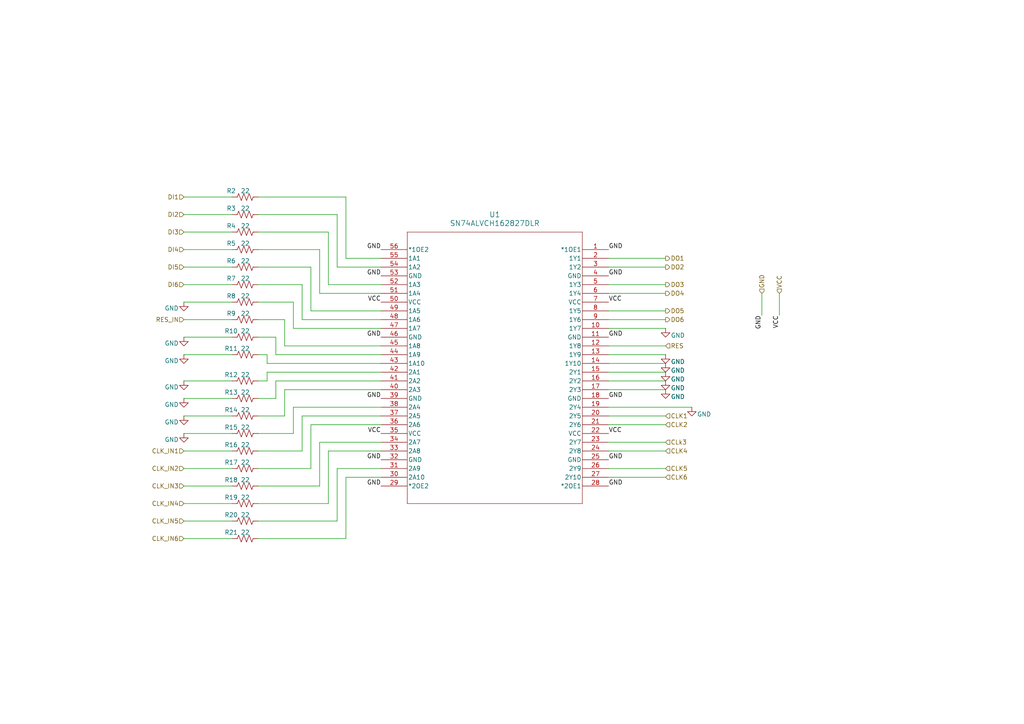
<source format=kicad_sch>
(kicad_sch (version 20231120) (generator "eeschema") (generator_version "8.0")
  (paper "A4")
  (lib_symbols
    (symbol "74ALVCH:SN74ALVCH162827DLR" (pin_names (offset 0.254))
      (property "Reference" "U" (at 33.02 10.16 0))
      (property "Value" "SN74ALVCH162827DLR" (at 33.02 7.62 0))
      (symbol "SN74ALVCH162827DLR_0_1"
        (polyline (pts (xy 7.62 -73.66) (xy 58.42 -73.66)) (stroke (width 0.127)))
        (polyline (pts (xy 7.62 5.08) (xy 7.62 -73.66)) (stroke (width 0.127)))
        (polyline (pts (xy 58.42 -73.66) (xy 58.42 5.08)) (stroke (width 0.127)))
        (polyline (pts (xy 58.42 5.08) (xy 7.62 5.08)) (stroke (width 0.127)))
        (pin input line (at 0 0 0) (length 7.62) (name "*1OE1") (number "1"))
        (pin output line (at 0 -22.86 0) (length 7.62) (name "1Y7") (number "10"))
        (pin power_in line (at 0 -25.4 0) (length 7.62) (name "GND") (number "11"))
        (pin output line (at 0 -27.94 0) (length 7.62) (name "1Y8") (number "12"))
        (pin output line (at 0 -30.48 0) (length 7.62) (name "1Y9") (number "13"))
        (pin output line (at 0 -33.02 0) (length 7.62) (name "1Y10") (number "14"))
        (pin output line (at 0 -35.56 0) (length 7.62) (name "2Y1") (number "15"))
        (pin output line (at 0 -38.1 0) (length 7.62) (name "2Y2") (number "16"))
        (pin output line (at 0 -40.64 0) (length 7.62) (name "2Y3") (number "17"))
        (pin power_in line (at 0 -43.18 0) (length 7.62) (name "GND") (number "18"))
        (pin output line (at 0 -45.72 0) (length 7.62) (name "2Y4") (number "19"))
        (pin output line (at 0 -2.54 0) (length 7.62) (name "1Y1") (number "2"))
        (pin output line (at 0 -48.26 0) (length 7.62) (name "2Y5") (number "20"))
        (pin output line (at 0 -50.8 0) (length 7.62) (name "2Y6") (number "21"))
        (pin power_in line (at 0 -53.34 0) (length 7.62) (name "VCC") (number "22"))
        (pin output line (at 0 -55.88 0) (length 7.62) (name "2Y7") (number "23"))
        (pin output line (at 0 -58.42 0) (length 7.62) (name "2Y8") (number "24"))
        (pin power_in line (at 0 -60.96 0) (length 7.62) (name "GND") (number "25"))
        (pin output line (at 0 -63.5 0) (length 7.62) (name "2Y9") (number "26"))
        (pin output line (at 0 -66.04 0) (length 7.62) (name "2Y10") (number "27"))
        (pin input line (at 0 -68.58 0) (length 7.62) (name "*2OE1") (number "28"))
        (pin input line (at 66.04 -68.58 180) (length 7.62) (name "*2OE2") (number "29"))
        (pin output line (at 0 -5.08 0) (length 7.62) (name "1Y2") (number "3"))
        (pin input line (at 66.04 -66.04 180) (length 7.62) (name "2A10") (number "30"))
        (pin input line (at 66.04 -63.5 180) (length 7.62) (name "2A9") (number "31"))
        (pin power_in line (at 66.04 -60.96 180) (length 7.62) (name "GND") (number "32"))
        (pin input line (at 66.04 -58.42 180) (length 7.62) (name "2A8") (number "33"))
        (pin input line (at 66.04 -55.88 180) (length 7.62) (name "2A7") (number "34"))
        (pin power_in line (at 66.04 -53.34 180) (length 7.62) (name "VCC") (number "35"))
        (pin input line (at 66.04 -50.8 180) (length 7.62) (name "2A6") (number "36"))
        (pin input line (at 66.04 -48.26 180) (length 7.62) (name "2A5") (number "37"))
        (pin input line (at 66.04 -45.72 180) (length 7.62) (name "2A4") (number "38"))
        (pin power_in line (at 66.04 -43.18 180) (length 7.62) (name "GND") (number "39"))
        (pin power_in line (at 0 -7.62 0) (length 7.62) (name "GND") (number "4"))
        (pin input line (at 66.04 -40.64 180) (length 7.62) (name "2A3") (number "40"))
        (pin input line (at 66.04 -38.1 180) (length 7.62) (name "2A2") (number "41"))
        (pin input line (at 66.04 -35.56 180) (length 7.62) (name "2A1") (number "42"))
        (pin input line (at 66.04 -33.02 180) (length 7.62) (name "1A10") (number "43"))
        (pin input line (at 66.04 -30.48 180) (length 7.62) (name "1A9") (number "44"))
        (pin input line (at 66.04 -27.94 180) (length 7.62) (name "1A8") (number "45"))
        (pin power_in line (at 66.04 -25.4 180) (length 7.62) (name "GND") (number "46"))
        (pin input line (at 66.04 -22.86 180) (length 7.62) (name "1A7") (number "47"))
        (pin input line (at 66.04 -20.32 180) (length 7.62) (name "1A6") (number "48"))
        (pin input line (at 66.04 -17.78 180) (length 7.62) (name "1A5") (number "49"))
        (pin output line (at 0 -10.16 0) (length 7.62) (name "1Y3") (number "5"))
        (pin power_in line (at 66.04 -15.24 180) (length 7.62) (name "VCC") (number "50"))
        (pin input line (at 66.04 -12.7 180) (length 7.62) (name "1A4") (number "51"))
        (pin input line (at 66.04 -10.16 180) (length 7.62) (name "1A3") (number "52"))
        (pin power_in line (at 66.04 -7.62 180) (length 7.62) (name "GND") (number "53"))
        (pin input line (at 66.04 -5.08 180) (length 7.62) (name "1A2") (number "54"))
        (pin input line (at 66.04 -2.54 180) (length 7.62) (name "1A1") (number "55"))
        (pin input line (at 66.04 0 180) (length 7.62) (name "*1OE2") (number "56"))
        (pin output line (at 0 -12.7 0) (length 7.62) (name "1Y4") (number "6"))
        (pin power_in line (at 0 -15.24 0) (length 7.62) (name "VCC") (number "7"))
        (pin output line (at 0 -17.78 0) (length 7.62) (name "1Y5") (number "8"))
        (pin output line (at 0 -20.32 0) (length 7.62) (name "1Y6") (number "9"))
      )
    )
    (symbol "Device:R_US" (pin_numbers hide) (pin_names (offset 0))
      (property "Reference" "R" (at 2.54 0 90))
      (property "Value" "R_US" (at -2.54 0 90))
      (symbol "R_US_0_1"
        (polyline (pts (xy 0 -2.286) (xy 0 -2.54)))
        (polyline (pts (xy 0 2.286) (xy 0 2.54)))
        (polyline (pts (xy 0 -0.762) (xy 1.016 -1.143) (xy 0 -1.524) (xy -1.016 -1.905) (xy 0 -2.286)))
        (polyline (pts (xy 0 0.762) (xy 1.016 0.381) (xy 0 0) (xy -1.016 -0.381) (xy 0 -0.762)))
        (polyline (pts (xy 0 2.286) (xy 1.016 1.905) (xy 0 1.524) (xy -1.016 1.143) (xy 0 0.762)))
      )
      (symbol "R_US_1_1"
        (pin passive line (at 0 3.81 270) (length 1.27) (name "~") (number "1"))
        (pin passive line (at 0 -3.81 90) (length 1.27) (name "~") (number "2"))
      )
    )
    (symbol "power:GND" (power) (pin_numbers hide) (pin_names (offset 0) hide)
      (property "Value" "GND" (at 0 -3.81 0))
      (symbol "GND_0_1"
        (polyline (pts (xy 0 0) (xy 0 -1.27) (xy 1.27 -1.27) (xy 0 -2.54) (xy -1.27 -1.27) (xy 0 -1.27)))
      )
      (symbol "GND_1_1"
        (pin power_in line (at 0 0 270) (length 0) (name "~") (number "1"))
      )
    )
  )
  (wire (pts (xy 85.09 118.11) (xy 85.09 125.73)))
  (wire (pts (xy 95.25 67.31) (xy 74.93 67.31)))
  (wire (pts (xy 80.01 102.87) (xy 110.49 102.87)))
  (wire (pts (xy 53.34 102.87) (xy 67.31 102.87)))
  (wire (pts (xy 110.49 138.43) (xy 100.33 138.43)))
  (wire (pts (xy 74.93 97.79) (xy 80.01 97.79)))
  (wire (pts (xy 92.71 140.97) (xy 74.93 140.97)))
  (wire (pts (xy 53.34 87.63) (xy 67.31 87.63)))
  (wire (pts (xy 95.25 130.81) (xy 95.25 146.05)))
  (wire (pts (xy 90.17 135.89) (xy 74.93 135.89)))
  (wire (pts (xy 82.55 120.65) (xy 74.93 120.65)))
  (wire (pts (xy 110.49 92.71) (xy 87.63 92.71)))
  (wire (pts (xy 176.53 113.03) (xy 193.04 113.03)))
  (wire (pts (xy 100.33 57.15) (xy 100.33 74.93)))
  (wire (pts (xy 176.53 118.11) (xy 200.66 118.11)))
  (wire (pts (xy 53.34 151.13) (xy 67.31 151.13)))
  (wire (pts (xy 77.47 105.41) (xy 77.47 102.87)))
  (wire (pts (xy 110.49 95.25) (xy 85.09 95.25)))
  (wire (pts (xy 176.53 92.71) (xy 193.04 92.71)))
  (wire (pts (xy 176.53 138.43) (xy 193.04 138.43)))
  (wire (pts (xy 97.79 77.47) (xy 97.79 62.23)))
  (wire (pts (xy 176.53 107.95) (xy 193.04 107.95)))
  (wire (pts (xy 97.79 135.89) (xy 97.79 151.13)))
  (wire (pts (xy 110.49 90.17) (xy 90.17 90.17)))
  (wire (pts (xy 53.34 140.97) (xy 67.31 140.97)))
  (wire (pts (xy 53.34 77.47) (xy 67.31 77.47)))
  (wire (pts (xy 176.53 130.81) (xy 193.04 130.81)))
  (wire (pts (xy 53.34 120.65) (xy 67.31 120.65)))
  (wire (pts (xy 176.53 90.17) (xy 193.04 90.17)))
  (wire (pts (xy 100.33 74.93) (xy 110.49 74.93)))
  (wire (pts (xy 110.49 130.81) (xy 95.25 130.81)))
  (wire (pts (xy 90.17 123.19) (xy 90.17 135.89)))
  (wire (pts (xy 110.49 105.41) (xy 77.47 105.41)))
  (wire (pts (xy 87.63 120.65) (xy 87.63 130.81)))
  (wire (pts (xy 95.25 82.55) (xy 110.49 82.55)))
  (wire (pts (xy 80.01 97.79) (xy 80.01 102.87)))
  (wire (pts (xy 53.34 115.57) (xy 67.31 115.57)))
  (wire (pts (xy 110.49 123.19) (xy 90.17 123.19)))
  (wire (pts (xy 80.01 110.49) (xy 80.01 115.57)))
  (wire (pts (xy 53.34 72.39) (xy 67.31 72.39)))
  (wire (pts (xy 53.34 62.23) (xy 67.31 62.23)))
  (wire (pts (xy 176.53 77.47) (xy 193.04 77.47)))
  (wire (pts (xy 176.53 135.89) (xy 193.04 135.89)))
  (wire (pts (xy 110.49 85.09) (xy 92.71 85.09)))
  (wire (pts (xy 85.09 95.25) (xy 85.09 87.63)))
  (wire (pts (xy 110.49 120.65) (xy 87.63 120.65)))
  (wire (pts (xy 176.53 110.49) (xy 193.04 110.49)))
  (wire (pts (xy 95.25 146.05) (xy 74.93 146.05)))
  (wire (pts (xy 80.01 115.57) (xy 74.93 115.57)))
  (wire (pts (xy 176.53 123.19) (xy 193.04 123.19)))
  (wire (pts (xy 82.55 92.71) (xy 74.93 92.71)))
  (wire (pts (xy 53.34 97.79) (xy 67.31 97.79)))
  (wire (pts (xy 176.53 105.41) (xy 193.04 105.41)))
  (wire (pts (xy 176.53 120.65) (xy 193.04 120.65)))
  (wire (pts (xy 176.53 100.33) (xy 193.04 100.33)))
  (wire (pts (xy 53.34 125.73) (xy 67.31 125.73)))
  (wire (pts (xy 176.53 74.93) (xy 193.04 74.93)))
  (wire (pts (xy 100.33 156.21) (xy 74.93 156.21)))
  (wire (pts (xy 53.34 57.15) (xy 67.31 57.15)))
  (wire (pts (xy 110.49 100.33) (xy 82.55 100.33)))
  (wire (pts (xy 110.49 118.11) (xy 85.09 118.11)))
  (wire (pts (xy 53.34 146.05) (xy 67.31 146.05)))
  (wire (pts (xy 176.53 128.27) (xy 193.04 128.27)))
  (wire (pts (xy 176.53 85.09) (xy 193.04 85.09)))
  (wire (pts (xy 87.63 130.81) (xy 74.93 130.81)))
  (wire (pts (xy 82.55 100.33) (xy 82.55 92.71)))
  (wire (pts (xy 90.17 90.17) (xy 90.17 77.47)))
  (wire (pts (xy 53.34 135.89) (xy 67.31 135.89)))
  (wire (pts (xy 176.53 82.55) (xy 193.04 82.55)))
  (wire (pts (xy 77.47 107.95) (xy 77.47 110.49)))
  (wire (pts (xy 110.49 77.47) (xy 97.79 77.47)))
  (wire (pts (xy 176.53 95.25) (xy 193.04 95.25)))
  (wire (pts (xy 110.49 107.95) (xy 77.47 107.95)))
  (wire (pts (xy 176.53 102.87) (xy 193.04 102.87)))
  (wire (pts (xy 90.17 77.47) (xy 74.93 77.47)))
  (wire (pts (xy 82.55 113.03) (xy 82.55 120.65)))
  (wire (pts (xy 220.98 85.09) (xy 220.98 91.44)))
  (wire (pts (xy 110.49 128.27) (xy 92.71 128.27)))
  (wire (pts (xy 92.71 128.27) (xy 92.71 140.97)))
  (wire (pts (xy 226.06 85.09) (xy 226.06 91.44)))
  (wire (pts (xy 74.93 82.55) (xy 87.63 82.55)))
  (wire (pts (xy 97.79 62.23) (xy 74.93 62.23)))
  (wire (pts (xy 100.33 138.43) (xy 100.33 156.21)))
  (wire (pts (xy 53.34 82.55) (xy 67.31 82.55)))
  (wire (pts (xy 110.49 110.49) (xy 80.01 110.49)))
  (wire (pts (xy 92.71 72.39) (xy 74.93 72.39)))
  (wire (pts (xy 97.79 151.13) (xy 74.93 151.13)))
  (wire (pts (xy 85.09 87.63) (xy 74.93 87.63)))
  (wire (pts (xy 110.49 113.03) (xy 82.55 113.03)))
  (wire (pts (xy 77.47 110.49) (xy 74.93 110.49)))
  (wire (pts (xy 77.47 102.87) (xy 74.93 102.87)))
  (wire (pts (xy 87.63 92.71) (xy 87.63 82.55)))
  (wire (pts (xy 110.49 135.89) (xy 97.79 135.89)))
  (wire (pts (xy 53.34 156.21) (xy 67.31 156.21)))
  (wire (pts (xy 53.34 92.71) (xy 67.31 92.71)))
  (wire (pts (xy 53.34 67.31) (xy 67.31 67.31)))
  (wire (pts (xy 53.34 110.49) (xy 67.31 110.49)))
  (wire (pts (xy 92.71 85.09) (xy 92.71 72.39)))
  (wire (pts (xy 53.34 130.81) (xy 67.31 130.81)))
  (wire (pts (xy 74.93 57.15) (xy 100.33 57.15)))
  (wire (pts (xy 85.09 125.73) (xy 74.93 125.73)))
  (wire (pts (xy 95.25 82.55) (xy 95.25 67.31)))
  (label "GND" (at 176.53 115.57 0))
  (label "VCC" (at 110.49 87.63 180))
  (label "VCC" (at 110.49 125.73 180))
  (label "GND" (at 110.49 80.01 180))
  (label "GND" (at 110.49 133.35 180))
  (label "GND" (at 176.53 72.39 0))
  (label "GND" (at 176.53 97.79 0))
  (label "VCC" (at 226.06 91.44 270))
  (label "GND" (at 110.49 72.39 180))
  (label "GND" (at 176.53 80.01 0))
  (label "GND" (at 176.53 133.35 0))
  (label "GND" (at 176.53 140.97 0))
  (label "GND" (at 220.98 91.44 270))
  (label "VCC" (at 176.53 87.63 0))
  (label "GND" (at 110.49 140.97 180))
  (label "GND" (at 110.49 97.79 180))
  (label "VCC" (at 176.53 125.73 0))
  (label "GND" (at 110.49 115.57 180))
  (hierarchical_label "CLk3" (shape input) (at 193.04 128.27 0))
  (hierarchical_label "CLK_IN2" (shape input) (at 53.34 135.89 180))
  (hierarchical_label "CLK_IN1" (shape input) (at 53.34 130.81 180))
  (hierarchical_label "DI2" (shape input) (at 53.34 62.23 180))
  (hierarchical_label "DI4" (shape input) (at 53.34 72.39 180))
  (hierarchical_label "CLK6" (shape input) (at 193.04 138.43 0))
  (hierarchical_label "DI1" (shape input) (at 53.34 57.15 180))
  (hierarchical_label "CLK4" (shape input) (at 193.04 130.81 0))
  (hierarchical_label "DO1" (shape output) (at 193.04 74.93 0))
  (hierarchical_label "RES" (shape input) (at 193.04 100.33 0))
  (hierarchical_label "CLK_IN6" (shape input) (at 53.34 156.21 180))
  (hierarchical_label "DO4" (shape output) (at 193.04 85.09 0))
  (hierarchical_label "DO5" (shape output) (at 193.04 90.17 0))
  (hierarchical_label "RES_IN" (shape input) (at 53.34 92.71 180))
  (hierarchical_label "GND" (shape input) (at 220.98 85.09 90))
  (hierarchical_label "DO2" (shape output) (at 193.04 77.47 0))
  (hierarchical_label "DO3" (shape output) (at 193.04 82.55 0))
  (hierarchical_label "CLK5" (shape input) (at 193.04 135.89 0))
  (hierarchical_label "CLK1" (shape input) (at 193.04 120.65 0))
  (hierarchical_label "DI5" (shape input) (at 53.34 77.47 180))
  (hierarchical_label "CLK_IN4" (shape input) (at 53.34 146.05 180))
  (hierarchical_label "CLK2" (shape input) (at 193.04 123.19 0))
  (hierarchical_label "DO6" (shape output) (at 193.04 92.71 0))
  (hierarchical_label "DI6" (shape input) (at 53.34 82.55 180))
  (hierarchical_label "DI3" (shape input) (at 53.34 67.31 180))
  (hierarchical_label "CLK_IN3" (shape input) (at 53.34 140.97 180))
  (hierarchical_label "CLK_IN5" (shape input) (at 53.34 151.13 180))
  (hierarchical_label "VCC" (shape input) (at 226.06 85.09 90))
  (symbol (lib_id "power:GND") (at 193.04 102.87 0) (unit 1)
    (property "Reference" "#PWR012" (effects (hide yes)))
    (property "Value" "GND" (at 196.596 104.902 0))
    (property "Description" "Power symbol creates a global label with name \"GND\" , ground" (effects (hide yes)))
  )
  (symbol (lib_id "Device:R_US") (at 71.12 102.87 90) (unit 1)
    (property "Reference" "R11" (at 67.056 101.092 90))
    (property "Value" "22" (at 71.12 101.092 90))
    (property "Footprint" "Resistor_SMD:R_0201_0603Metric" (effects (hide yes)))
    (property "Description" "Resistor, US symbol" (effects (hide yes)))
  )
  (symbol (lib_id "Device:R_US") (at 71.12 87.63 90) (unit 1)
    (property "Reference" "R8" (at 67.056 85.852 90))
    (property "Value" "22" (at 71.12 85.852 90))
    (property "Footprint" "Resistor_SMD:R_0201_0603Metric" (effects (hide yes)))
    (property "Description" "Resistor, US symbol" (effects (hide yes)))
  )
  (symbol (lib_id "Device:R_US") (at 71.12 72.39 90) (unit 1)
    (property "Reference" "R5" (at 67.056 70.612 90))
    (property "Value" "22" (at 71.12 70.612 90))
    (property "Footprint" "Resistor_SMD:R_0201_0603Metric" (effects (hide yes)))
    (property "Description" "Resistor, US symbol" (effects (hide yes)))
  )
  (symbol (lib_id "power:GND") (at 193.04 113.03 0) (unit 1)
    (property "Reference" "#PWR016" (effects (hide yes)))
    (property "Value" "GND" (at 196.596 115.062 0))
    (property "Description" "Power symbol creates a global label with name \"GND\" , ground" (effects (hide yes)))
  )
  (symbol (lib_id "Device:R_US") (at 71.12 77.47 90) (unit 1)
    (property "Reference" "R6" (at 67.056 75.692 90))
    (property "Value" "22" (at 71.12 75.692 90))
    (property "Footprint" "Resistor_SMD:R_0201_0603Metric" (effects (hide yes)))
    (property "Description" "Resistor, US symbol" (effects (hide yes)))
  )
  (symbol (lib_id "Device:R_US") (at 71.12 156.21 90) (unit 1)
    (property "Reference" "R21" (at 67.056 154.432 90))
    (property "Value" "22" (at 71.12 154.432 90))
    (property "Footprint" "Resistor_SMD:R_0201_0603Metric" (effects (hide yes)))
    (property "Description" "Resistor, US symbol" (effects (hide yes)))
  )
  (symbol (lib_id "power:GND") (at 193.04 110.49 0) (unit 1)
    (property "Reference" "#PWR015" (effects (hide yes)))
    (property "Value" "GND" (at 196.596 112.522 0))
    (property "Description" "Power symbol creates a global label with name \"GND\" , ground" (effects (hide yes)))
  )
  (symbol (lib_id "Device:R_US") (at 71.12 130.81 90) (unit 1)
    (property "Reference" "R16" (at 67.056 129.032 90))
    (property "Value" "22" (at 71.12 129.032 90))
    (property "Footprint" "Resistor_SMD:R_0201_0603Metric" (effects (hide yes)))
    (property "Description" "Resistor, US symbol" (effects (hide yes)))
  )
  (symbol (lib_id "power:GND") (at 193.04 107.95 0) (unit 1)
    (property "Reference" "#PWR014" (effects (hide yes)))
    (property "Value" "GND" (at 196.596 109.982 0))
    (property "Description" "Power symbol creates a global label with name \"GND\" , ground" (effects (hide yes)))
  )
  (symbol (lib_id "Device:R_US") (at 71.12 120.65 90) (unit 1)
    (property "Reference" "R14" (at 67.056 118.872 90))
    (property "Value" "22" (at 71.12 118.872 90))
    (property "Footprint" "Resistor_SMD:R_0201_0603Metric" (effects (hide yes)))
    (property "Description" "Resistor, US symbol" (effects (hide yes)))
  )
  (symbol (lib_id "Device:R_US") (at 71.12 135.89 90) (unit 1)
    (property "Reference" "R17" (at 67.056 134.112 90))
    (property "Value" "22" (at 71.12 134.112 90))
    (property "Footprint" "Resistor_SMD:R_0201_0603Metric" (effects (hide yes)))
    (property "Description" "Resistor, US symbol" (effects (hide yes)))
  )
  (symbol (lib_id "Device:R_US") (at 71.12 62.23 90) (unit 1)
    (property "Reference" "R3" (at 67.056 60.452 90))
    (property "Value" "22" (at 71.12 60.452 90))
    (property "Footprint" "Resistor_SMD:R_0201_0603Metric" (effects (hide yes)))
    (property "Description" "Resistor, US symbol" (effects (hide yes)))
  )
  (symbol (lib_id "power:GND") (at 200.66 118.11 0) (unit 1)
    (property "Reference" "#PWR017" (effects (hide yes)))
    (property "Value" "GND" (at 204.216 120.142 0))
    (property "Description" "Power symbol creates a global label with name \"GND\" , ground" (effects (hide yes)))
  )
  (symbol (lib_id "power:GND") (at 53.34 115.57 0) (unit 1)
    (property "Reference" "#PWR08" (effects (hide yes)))
    (property "Value" "GND" (at 49.784 117.348 0))
    (property "Description" "Power symbol creates a global label with name \"GND\" , ground" (effects (hide yes)))
  )
  (symbol (lib_id "Device:R_US") (at 71.12 115.57 90) (unit 1)
    (property "Reference" "R13" (at 67.056 113.792 90))
    (property "Value" "22" (at 71.12 113.792 90))
    (property "Footprint" "Resistor_SMD:R_0201_0603Metric" (effects (hide yes)))
    (property "Description" "Resistor, US symbol" (effects (hide yes)))
  )
  (symbol (lib_id "power:GND") (at 53.34 125.73 0) (unit 1)
    (property "Reference" "#PWR010" (effects (hide yes)))
    (property "Value" "GND" (at 49.784 127.508 0))
    (property "Description" "Power symbol creates a global label with name \"GND\" , ground" (effects (hide yes)))
  )
  (symbol (lib_id "Device:R_US") (at 71.12 92.71 90) (unit 1)
    (property "Reference" "R9" (at 67.056 90.932 90))
    (property "Value" "22" (at 71.12 90.932 90))
    (property "Footprint" "Resistor_SMD:R_0201_0603Metric" (effects (hide yes)))
    (property "Description" "Resistor, US symbol" (effects (hide yes)))
  )
  (symbol (lib_id "power:GND") (at 53.34 120.65 0) (unit 1)
    (property "Reference" "#PWR09" (effects (hide yes)))
    (property "Value" "GND" (at 49.784 122.428 0))
    (property "Description" "Power symbol creates a global label with name \"GND\" , ground" (effects (hide yes)))
  )
  (symbol (lib_id "power:GND") (at 53.34 110.49 0) (unit 1)
    (property "Reference" "#PWR07" (effects (hide yes)))
    (property "Value" "GND" (at 49.784 112.268 0))
    (property "Description" "Power symbol creates a global label with name \"GND\" , ground" (effects (hide yes)))
  )
  (symbol (lib_id "Device:R_US") (at 71.12 97.79 90) (unit 1)
    (property "Reference" "R10" (at 67.056 96.012 90))
    (property "Value" "22" (at 71.12 96.012 90))
    (property "Footprint" "Resistor_SMD:R_0201_0603Metric" (effects (hide yes)))
    (property "Description" "Resistor, US symbol" (effects (hide yes)))
  )
  (symbol (lib_id "74ALVCH:SN74ALVCH162827DLR") (at 176.53 72.39 0) (mirror y) (unit 1)
    (property "Reference" "U1" (at 143.51 62.23 0) (effects (font (size 1.524 1.524))))
    (property "Value" "SN74ALVCH162827DLR" (at 143.51 64.77 0) (effects (font (size 1.524 1.524))))
    (property "Footprint" "74ALVCHFootprints:DL56" (effects (hide yes)))
    (property "Datasheet" "SN74ALVCH162827DLR" (effects (hide yes)))
    (property "Sim.Library" "sim_models\\SN74ALVCH162827.lib" (effects (hide yes)))
    (property "Sim.Name" "SN74ALVCH162827" (effects (hide yes)))
    (property "Sim.Device" "SUBCKT" (effects (hide yes)))
    (property "Sim.Pins" "1=OEZ 2=Y 4=AGND 7=VCC 55=A" (effects (hide yes)))
  )
  (symbol (lib_id "Device:R_US") (at 71.12 67.31 90) (unit 1)
    (property "Reference" "R4" (at 67.056 65.532 90))
    (property "Value" "22" (at 71.12 65.532 90))
    (property "Footprint" "Resistor_SMD:R_0201_0603Metric" (effects (hide yes)))
    (property "Description" "Resistor, US symbol" (effects (hide yes)))
  )
  (symbol (lib_id "Device:R_US") (at 71.12 57.15 90) (unit 1)
    (property "Reference" "R2" (at 67.056 55.372 90))
    (property "Value" "22" (at 71.12 55.372 90))
    (property "Footprint" "Resistor_SMD:R_0201_0603Metric" (effects (hide yes)))
    (property "Description" "Resistor, US symbol" (effects (hide yes)))
  )
  (symbol (lib_id "Device:R_US") (at 71.12 110.49 90) (unit 1)
    (property "Reference" "R12" (at 67.056 108.712 90))
    (property "Value" "22" (at 71.12 108.712 90))
    (property "Footprint" "Resistor_SMD:R_0201_0603Metric" (effects (hide yes)))
    (property "Description" "Resistor, US symbol" (effects (hide yes)))
  )
  (symbol (lib_id "power:GND") (at 53.34 87.63 0) (unit 1)
    (property "Reference" "#PWR02" (effects (hide yes)))
    (property "Value" "GND" (at 49.784 89.408 0))
    (property "Description" "Power symbol creates a global label with name \"GND\" , ground" (effects (hide yes)))
  )
  (symbol (lib_id "Device:R_US") (at 71.12 140.97 90) (unit 1)
    (property "Reference" "R18" (at 67.056 139.192 90))
    (property "Value" "22" (at 71.12 139.192 90))
    (property "Footprint" "Resistor_SMD:R_0201_0603Metric" (effects (hide yes)))
    (property "Description" "Resistor, US symbol" (effects (hide yes)))
  )
  (symbol (lib_id "Device:R_US") (at 71.12 82.55 90) (unit 1)
    (property "Reference" "R7" (at 67.056 80.772 90))
    (property "Value" "22" (at 71.12 80.772 90))
    (property "Footprint" "Resistor_SMD:R_0201_0603Metric" (effects (hide yes)))
    (property "Description" "Resistor, US symbol" (effects (hide yes)))
  )
  (symbol (lib_id "power:GND") (at 53.34 102.87 0) (unit 1)
    (property "Reference" "#PWR06" (effects (hide yes)))
    (property "Value" "GND" (at 49.784 104.648 0))
    (property "Description" "Power symbol creates a global label with name \"GND\" , ground" (effects (hide yes)))
  )
  (symbol (lib_id "power:GND") (at 53.34 97.79 0) (unit 1)
    (property "Reference" "#PWR05" (effects (hide yes)))
    (property "Value" "GND" (at 49.784 99.568 0))
    (property "Description" "Power symbol creates a global label with name \"GND\" , ground" (effects (hide yes)))
  )
  (symbol (lib_id "power:GND") (at 193.04 105.41 0) (unit 1)
    (property "Reference" "#PWR013" (effects (hide yes)))
    (property "Value" "GND" (at 196.596 107.442 0))
    (property "Description" "Power symbol creates a global label with name \"GND\" , ground" (effects (hide yes)))
  )
  (symbol (lib_id "power:GND") (at 193.04 95.25 0) (unit 1)
    (property "Reference" "#PWR011" (effects (hide yes)))
    (property "Value" "GND" (at 196.596 97.282 0))
    (property "Description" "Power symbol creates a global label with name \"GND\" , ground" (effects (hide yes)))
  )
  (symbol (lib_id "Device:R_US") (at 71.12 125.73 90) (unit 1)
    (property "Reference" "R15" (at 67.056 123.952 90))
    (property "Value" "22" (at 71.12 123.952 90))
    (property "Footprint" "Resistor_SMD:R_0201_0603Metric" (effects (hide yes)))
    (property "Description" "Resistor, US symbol" (effects (hide yes)))
  )
  (symbol (lib_id "Device:R_US") (at 71.12 151.13 90) (unit 1)
    (property "Reference" "R20" (at 67.056 149.352 90))
    (property "Value" "22" (at 71.12 149.352 90))
    (property "Footprint" "Resistor_SMD:R_0201_0603Metric" (effects (hide yes)))
    (property "Description" "Resistor, US symbol" (effects (hide yes)))
  )
  (symbol (lib_id "Device:R_US") (at 71.12 146.05 90) (unit 1)
    (property "Reference" "R19" (at 67.056 144.272 90))
    (property "Value" "22" (at 71.12 144.272 90))
    (property "Footprint" "Resistor_SMD:R_0201_0603Metric" (effects (hide yes)))
    (property "Description" "Resistor, US symbol" (effects (hide yes)))
  )
)
</source>
